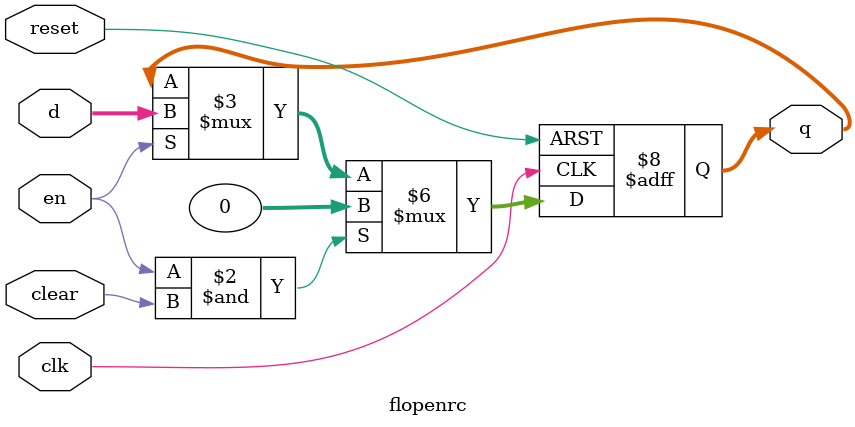
<source format=v>
`timescale 1ns / 1ps
module flopr #(parameter W = 32)(
	input clk,reset,
	input [W-1:0]d,
	output reg [W-1:0]q
);

always @(posedge clk, posedge reset)
	if(reset) q <= 0;
	else q<= d;

endmodule


module floprc #(parameter W = 32)(
	input clk,reset,clear,
	input [W-1:0]d,
	output reg [W-1:0]q
);

always @(posedge clk, posedge reset)
	if(reset) q <= 0;
	else if(clear) q <= 0;
	else q<= d;

endmodule


module flopenr #(parameter W = 32)(
	input clk,reset,en,
	input [W-1:0]d,
	output reg [W-1:0]q
);

always @(posedge clk, posedge reset)
	if(reset) q <= 0;
	else if(en) q<= d;

endmodule


module flopenrc #(parameter W = 32)(
	input clk,reset,en,clear,
	input [W-1:0]d,
	output reg [W-1:0]q
);

always @(posedge clk, posedge reset)
	if(reset) q <= 0;
	else if( en & clear) q <= 0;
	else if(en) q <= d;

endmodule
</source>
